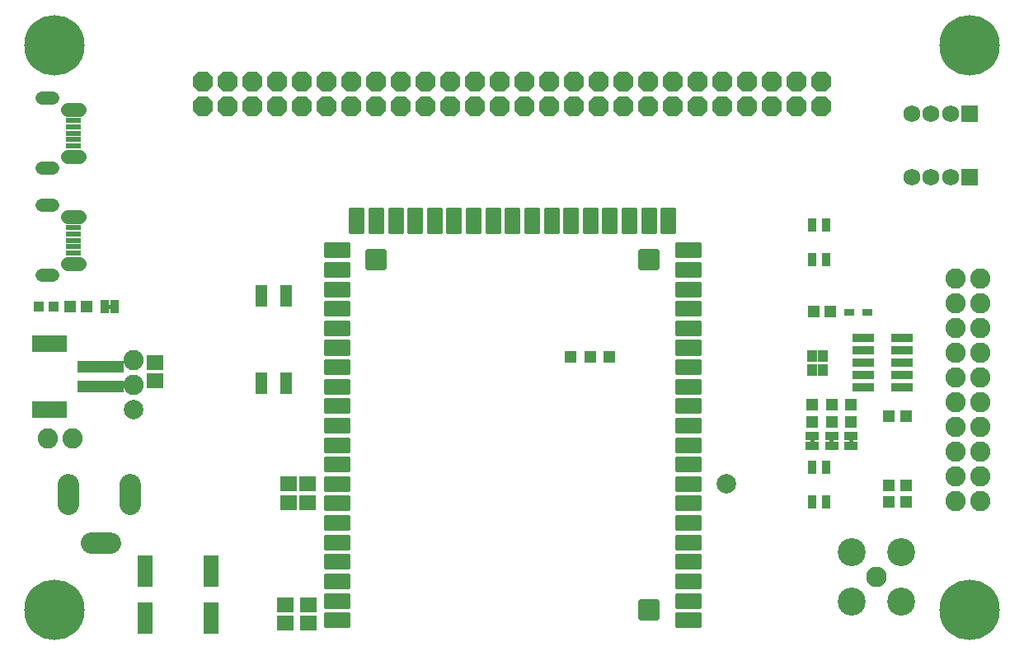
<source format=gts>
G75*
%MOIN*%
%OFA0B0*%
%FSLAX25Y25*%
%IPPOS*%
%LPD*%
%AMOC8*
5,1,8,0,0,1.08239X$1,22.5*
%
%ADD10C,0.08674*%
%ADD11R,0.18910X0.04737*%
%ADD12R,0.14186X0.07099*%
%ADD13R,0.03950X0.03950*%
%ADD14R,0.05131X0.04737*%
%ADD15R,0.04737X0.05131*%
%ADD16R,0.05100X0.08700*%
%ADD17R,0.03950X0.04737*%
%ADD18C,0.01641*%
%ADD19C,0.01995*%
%ADD20R,0.04737X0.04737*%
%ADD21OC8,0.08200*%
%ADD22C,0.08200*%
%ADD23R,0.06706X0.05918*%
%ADD24R,0.03300X0.05800*%
%ADD25C,0.00500*%
%ADD26R,0.05800X0.03300*%
%ADD27R,0.06312X0.12611*%
%ADD28R,0.06800X0.06800*%
%ADD29C,0.06800*%
%ADD30C,0.08300*%
%ADD31C,0.11300*%
%ADD32R,0.06312X0.02375*%
%ADD33C,0.05562*%
%ADD34C,0.05169*%
%ADD35R,0.09068X0.03556*%
%ADD36R,0.04343X0.02769*%
%ADD37C,0.24422*%
%ADD38C,0.07887*%
D10*
X0043583Y0077748D02*
X0051457Y0077748D01*
X0059331Y0093496D02*
X0059331Y0101370D01*
X0034528Y0101370D02*
X0034528Y0093496D01*
D11*
X0047315Y0141164D03*
X0047315Y0149038D03*
D12*
X0026843Y0158487D03*
X0026843Y0131715D03*
D13*
X0028461Y0173427D03*
X0022556Y0173427D03*
D14*
X0335189Y0133605D03*
X0342984Y0133605D03*
X0350858Y0133605D03*
X0350858Y0126912D03*
X0342984Y0126912D03*
X0335189Y0126912D03*
D15*
X0366219Y0128959D03*
X0372912Y0128959D03*
X0372912Y0101006D03*
X0372912Y0094313D03*
X0366219Y0094313D03*
X0366219Y0101006D03*
X0342354Y0171321D03*
X0335661Y0171321D03*
X0041849Y0173427D03*
X0035156Y0173427D03*
D16*
X0112299Y0177864D03*
X0122299Y0177864D03*
X0122299Y0142464D03*
X0112299Y0142464D03*
D17*
X0334948Y0147660D03*
X0339279Y0147660D03*
X0339279Y0153565D03*
X0334948Y0153565D03*
D18*
X0289249Y0159248D02*
X0280247Y0159248D01*
X0289249Y0159248D02*
X0289249Y0154576D01*
X0280247Y0154576D01*
X0280247Y0159248D01*
X0280247Y0156135D02*
X0289249Y0156135D01*
X0289249Y0157694D02*
X0280247Y0157694D01*
X0280247Y0151374D02*
X0289249Y0151374D01*
X0289249Y0146702D01*
X0280247Y0146702D01*
X0280247Y0151374D01*
X0280247Y0148261D02*
X0289249Y0148261D01*
X0289249Y0149820D02*
X0280247Y0149820D01*
X0280247Y0143500D02*
X0289249Y0143500D01*
X0289249Y0138828D01*
X0280247Y0138828D01*
X0280247Y0143500D01*
X0280247Y0140387D02*
X0289249Y0140387D01*
X0289249Y0141946D02*
X0280247Y0141946D01*
X0280247Y0135626D02*
X0289249Y0135626D01*
X0289249Y0130954D01*
X0280247Y0130954D01*
X0280247Y0135626D01*
X0280247Y0132513D02*
X0289249Y0132513D01*
X0289249Y0134072D02*
X0280247Y0134072D01*
X0280247Y0127752D02*
X0289249Y0127752D01*
X0289249Y0123080D01*
X0280247Y0123080D01*
X0280247Y0127752D01*
X0280247Y0124639D02*
X0289249Y0124639D01*
X0289249Y0126198D02*
X0280247Y0126198D01*
X0280247Y0119878D02*
X0289249Y0119878D01*
X0289249Y0115206D01*
X0280247Y0115206D01*
X0280247Y0119878D01*
X0280247Y0116765D02*
X0289249Y0116765D01*
X0289249Y0118324D02*
X0280247Y0118324D01*
X0280247Y0112004D02*
X0289249Y0112004D01*
X0289249Y0107332D01*
X0280247Y0107332D01*
X0280247Y0112004D01*
X0280247Y0108891D02*
X0289249Y0108891D01*
X0289249Y0110450D02*
X0280247Y0110450D01*
X0280247Y0104130D02*
X0289249Y0104130D01*
X0289249Y0099458D01*
X0280247Y0099458D01*
X0280247Y0104130D01*
X0280247Y0101017D02*
X0289249Y0101017D01*
X0289249Y0102576D02*
X0280247Y0102576D01*
X0280247Y0096256D02*
X0289249Y0096256D01*
X0289249Y0091584D01*
X0280247Y0091584D01*
X0280247Y0096256D01*
X0280247Y0093143D02*
X0289249Y0093143D01*
X0289249Y0094702D02*
X0280247Y0094702D01*
X0280247Y0088382D02*
X0289249Y0088382D01*
X0289249Y0083710D01*
X0280247Y0083710D01*
X0280247Y0088382D01*
X0280247Y0085269D02*
X0289249Y0085269D01*
X0289249Y0086828D02*
X0280247Y0086828D01*
X0280247Y0080508D02*
X0289249Y0080508D01*
X0289249Y0075836D01*
X0280247Y0075836D01*
X0280247Y0080508D01*
X0280247Y0077395D02*
X0289249Y0077395D01*
X0289249Y0078954D02*
X0280247Y0078954D01*
X0280247Y0072634D02*
X0289249Y0072634D01*
X0289249Y0067962D01*
X0280247Y0067962D01*
X0280247Y0072634D01*
X0280247Y0069521D02*
X0289249Y0069521D01*
X0289249Y0071080D02*
X0280247Y0071080D01*
X0280247Y0064760D02*
X0289249Y0064760D01*
X0289249Y0060088D01*
X0280247Y0060088D01*
X0280247Y0064760D01*
X0280247Y0061647D02*
X0289249Y0061647D01*
X0289249Y0063206D02*
X0280247Y0063206D01*
X0280247Y0056886D02*
X0289249Y0056886D01*
X0289249Y0052214D01*
X0280247Y0052214D01*
X0280247Y0056886D01*
X0280247Y0053773D02*
X0289249Y0053773D01*
X0289249Y0055332D02*
X0280247Y0055332D01*
X0280247Y0049012D02*
X0289249Y0049012D01*
X0289249Y0044340D01*
X0280247Y0044340D01*
X0280247Y0049012D01*
X0280247Y0045899D02*
X0289249Y0045899D01*
X0289249Y0047458D02*
X0280247Y0047458D01*
X0147454Y0044340D02*
X0138452Y0044340D01*
X0138452Y0049012D01*
X0147454Y0049012D01*
X0147454Y0044340D01*
X0147454Y0045899D02*
X0138452Y0045899D01*
X0138452Y0047458D02*
X0147454Y0047458D01*
X0147454Y0052214D02*
X0138452Y0052214D01*
X0138452Y0056886D01*
X0147454Y0056886D01*
X0147454Y0052214D01*
X0147454Y0053773D02*
X0138452Y0053773D01*
X0138452Y0055332D02*
X0147454Y0055332D01*
X0147454Y0060088D02*
X0138452Y0060088D01*
X0138452Y0064760D01*
X0147454Y0064760D01*
X0147454Y0060088D01*
X0147454Y0061647D02*
X0138452Y0061647D01*
X0138452Y0063206D02*
X0147454Y0063206D01*
X0147454Y0067962D02*
X0138452Y0067962D01*
X0138452Y0072634D01*
X0147454Y0072634D01*
X0147454Y0067962D01*
X0147454Y0069521D02*
X0138452Y0069521D01*
X0138452Y0071080D02*
X0147454Y0071080D01*
X0147454Y0075836D02*
X0138452Y0075836D01*
X0138452Y0080508D01*
X0147454Y0080508D01*
X0147454Y0075836D01*
X0147454Y0077395D02*
X0138452Y0077395D01*
X0138452Y0078954D02*
X0147454Y0078954D01*
X0147454Y0083710D02*
X0138452Y0083710D01*
X0138452Y0088382D01*
X0147454Y0088382D01*
X0147454Y0083710D01*
X0147454Y0085269D02*
X0138452Y0085269D01*
X0138452Y0086828D02*
X0147454Y0086828D01*
X0147454Y0091584D02*
X0138452Y0091584D01*
X0138452Y0096256D01*
X0147454Y0096256D01*
X0147454Y0091584D01*
X0147454Y0093143D02*
X0138452Y0093143D01*
X0138452Y0094702D02*
X0147454Y0094702D01*
X0147454Y0099458D02*
X0138452Y0099458D01*
X0138452Y0104130D01*
X0147454Y0104130D01*
X0147454Y0099458D01*
X0147454Y0101017D02*
X0138452Y0101017D01*
X0138452Y0102576D02*
X0147454Y0102576D01*
X0147454Y0107332D02*
X0138452Y0107332D01*
X0138452Y0112004D01*
X0147454Y0112004D01*
X0147454Y0107332D01*
X0147454Y0108891D02*
X0138452Y0108891D01*
X0138452Y0110450D02*
X0147454Y0110450D01*
X0147454Y0115206D02*
X0138452Y0115206D01*
X0138452Y0119878D01*
X0147454Y0119878D01*
X0147454Y0115206D01*
X0147454Y0116765D02*
X0138452Y0116765D01*
X0138452Y0118324D02*
X0147454Y0118324D01*
X0147454Y0123080D02*
X0138452Y0123080D01*
X0138452Y0127752D01*
X0147454Y0127752D01*
X0147454Y0123080D01*
X0147454Y0124639D02*
X0138452Y0124639D01*
X0138452Y0126198D02*
X0147454Y0126198D01*
X0147454Y0130954D02*
X0138452Y0130954D01*
X0138452Y0135626D01*
X0147454Y0135626D01*
X0147454Y0130954D01*
X0147454Y0132513D02*
X0138452Y0132513D01*
X0138452Y0134072D02*
X0147454Y0134072D01*
X0147454Y0138828D02*
X0138452Y0138828D01*
X0138452Y0143500D01*
X0147454Y0143500D01*
X0147454Y0138828D01*
X0147454Y0140387D02*
X0138452Y0140387D01*
X0138452Y0141946D02*
X0147454Y0141946D01*
X0147454Y0146702D02*
X0138452Y0146702D01*
X0138452Y0151374D01*
X0147454Y0151374D01*
X0147454Y0146702D01*
X0147454Y0148261D02*
X0138452Y0148261D01*
X0138452Y0149820D02*
X0147454Y0149820D01*
X0147454Y0154576D02*
X0138452Y0154576D01*
X0138452Y0159248D01*
X0147454Y0159248D01*
X0147454Y0154576D01*
X0147454Y0156135D02*
X0138452Y0156135D01*
X0138452Y0157694D02*
X0147454Y0157694D01*
X0147454Y0162450D02*
X0138452Y0162450D01*
X0138452Y0167122D01*
X0147454Y0167122D01*
X0147454Y0162450D01*
X0147454Y0164009D02*
X0138452Y0164009D01*
X0138452Y0165568D02*
X0147454Y0165568D01*
X0147454Y0170324D02*
X0138452Y0170324D01*
X0138452Y0174996D01*
X0147454Y0174996D01*
X0147454Y0170324D01*
X0147454Y0171883D02*
X0138452Y0171883D01*
X0138452Y0173442D02*
X0147454Y0173442D01*
X0147454Y0178198D02*
X0138452Y0178198D01*
X0138452Y0182870D01*
X0147454Y0182870D01*
X0147454Y0178198D01*
X0147454Y0179757D02*
X0138452Y0179757D01*
X0138452Y0181316D02*
X0147454Y0181316D01*
X0147454Y0186072D02*
X0138452Y0186072D01*
X0138452Y0190744D01*
X0147454Y0190744D01*
X0147454Y0186072D01*
X0147454Y0187631D02*
X0138452Y0187631D01*
X0138452Y0189190D02*
X0147454Y0189190D01*
X0147454Y0193946D02*
X0138452Y0193946D01*
X0138452Y0198618D01*
X0147454Y0198618D01*
X0147454Y0193946D01*
X0147454Y0195505D02*
X0138452Y0195505D01*
X0138452Y0197064D02*
X0147454Y0197064D01*
X0148522Y0203623D02*
X0148522Y0212625D01*
X0153194Y0212625D01*
X0153194Y0203623D01*
X0148522Y0203623D01*
X0148522Y0205182D02*
X0153194Y0205182D01*
X0153194Y0206741D02*
X0148522Y0206741D01*
X0148522Y0208300D02*
X0153194Y0208300D01*
X0153194Y0209859D02*
X0148522Y0209859D01*
X0148522Y0211418D02*
X0153194Y0211418D01*
X0156396Y0212625D02*
X0156396Y0203623D01*
X0156396Y0212625D02*
X0161068Y0212625D01*
X0161068Y0203623D01*
X0156396Y0203623D01*
X0156396Y0205182D02*
X0161068Y0205182D01*
X0161068Y0206741D02*
X0156396Y0206741D01*
X0156396Y0208300D02*
X0161068Y0208300D01*
X0161068Y0209859D02*
X0156396Y0209859D01*
X0156396Y0211418D02*
X0161068Y0211418D01*
X0164270Y0212625D02*
X0164270Y0203623D01*
X0164270Y0212625D02*
X0168942Y0212625D01*
X0168942Y0203623D01*
X0164270Y0203623D01*
X0164270Y0205182D02*
X0168942Y0205182D01*
X0168942Y0206741D02*
X0164270Y0206741D01*
X0164270Y0208300D02*
X0168942Y0208300D01*
X0168942Y0209859D02*
X0164270Y0209859D01*
X0164270Y0211418D02*
X0168942Y0211418D01*
X0172144Y0212625D02*
X0172144Y0203623D01*
X0172144Y0212625D02*
X0176816Y0212625D01*
X0176816Y0203623D01*
X0172144Y0203623D01*
X0172144Y0205182D02*
X0176816Y0205182D01*
X0176816Y0206741D02*
X0172144Y0206741D01*
X0172144Y0208300D02*
X0176816Y0208300D01*
X0176816Y0209859D02*
X0172144Y0209859D01*
X0172144Y0211418D02*
X0176816Y0211418D01*
X0180018Y0212625D02*
X0180018Y0203623D01*
X0180018Y0212625D02*
X0184690Y0212625D01*
X0184690Y0203623D01*
X0180018Y0203623D01*
X0180018Y0205182D02*
X0184690Y0205182D01*
X0184690Y0206741D02*
X0180018Y0206741D01*
X0180018Y0208300D02*
X0184690Y0208300D01*
X0184690Y0209859D02*
X0180018Y0209859D01*
X0180018Y0211418D02*
X0184690Y0211418D01*
X0187892Y0212625D02*
X0187892Y0203623D01*
X0187892Y0212625D02*
X0192564Y0212625D01*
X0192564Y0203623D01*
X0187892Y0203623D01*
X0187892Y0205182D02*
X0192564Y0205182D01*
X0192564Y0206741D02*
X0187892Y0206741D01*
X0187892Y0208300D02*
X0192564Y0208300D01*
X0192564Y0209859D02*
X0187892Y0209859D01*
X0187892Y0211418D02*
X0192564Y0211418D01*
X0195766Y0212625D02*
X0195766Y0203623D01*
X0195766Y0212625D02*
X0200438Y0212625D01*
X0200438Y0203623D01*
X0195766Y0203623D01*
X0195766Y0205182D02*
X0200438Y0205182D01*
X0200438Y0206741D02*
X0195766Y0206741D01*
X0195766Y0208300D02*
X0200438Y0208300D01*
X0200438Y0209859D02*
X0195766Y0209859D01*
X0195766Y0211418D02*
X0200438Y0211418D01*
X0203640Y0212625D02*
X0203640Y0203623D01*
X0203640Y0212625D02*
X0208312Y0212625D01*
X0208312Y0203623D01*
X0203640Y0203623D01*
X0203640Y0205182D02*
X0208312Y0205182D01*
X0208312Y0206741D02*
X0203640Y0206741D01*
X0203640Y0208300D02*
X0208312Y0208300D01*
X0208312Y0209859D02*
X0203640Y0209859D01*
X0203640Y0211418D02*
X0208312Y0211418D01*
X0211514Y0212625D02*
X0211514Y0203623D01*
X0211514Y0212625D02*
X0216186Y0212625D01*
X0216186Y0203623D01*
X0211514Y0203623D01*
X0211514Y0205182D02*
X0216186Y0205182D01*
X0216186Y0206741D02*
X0211514Y0206741D01*
X0211514Y0208300D02*
X0216186Y0208300D01*
X0216186Y0209859D02*
X0211514Y0209859D01*
X0211514Y0211418D02*
X0216186Y0211418D01*
X0219388Y0212625D02*
X0219388Y0203623D01*
X0219388Y0212625D02*
X0224060Y0212625D01*
X0224060Y0203623D01*
X0219388Y0203623D01*
X0219388Y0205182D02*
X0224060Y0205182D01*
X0224060Y0206741D02*
X0219388Y0206741D01*
X0219388Y0208300D02*
X0224060Y0208300D01*
X0224060Y0209859D02*
X0219388Y0209859D01*
X0219388Y0211418D02*
X0224060Y0211418D01*
X0227262Y0212625D02*
X0227262Y0203623D01*
X0227262Y0212625D02*
X0231934Y0212625D01*
X0231934Y0203623D01*
X0227262Y0203623D01*
X0227262Y0205182D02*
X0231934Y0205182D01*
X0231934Y0206741D02*
X0227262Y0206741D01*
X0227262Y0208300D02*
X0231934Y0208300D01*
X0231934Y0209859D02*
X0227262Y0209859D01*
X0227262Y0211418D02*
X0231934Y0211418D01*
X0235136Y0212625D02*
X0235136Y0203623D01*
X0235136Y0212625D02*
X0239808Y0212625D01*
X0239808Y0203623D01*
X0235136Y0203623D01*
X0235136Y0205182D02*
X0239808Y0205182D01*
X0239808Y0206741D02*
X0235136Y0206741D01*
X0235136Y0208300D02*
X0239808Y0208300D01*
X0239808Y0209859D02*
X0235136Y0209859D01*
X0235136Y0211418D02*
X0239808Y0211418D01*
X0243010Y0212625D02*
X0243010Y0203623D01*
X0243010Y0212625D02*
X0247682Y0212625D01*
X0247682Y0203623D01*
X0243010Y0203623D01*
X0243010Y0205182D02*
X0247682Y0205182D01*
X0247682Y0206741D02*
X0243010Y0206741D01*
X0243010Y0208300D02*
X0247682Y0208300D01*
X0247682Y0209859D02*
X0243010Y0209859D01*
X0243010Y0211418D02*
X0247682Y0211418D01*
X0250884Y0212625D02*
X0250884Y0203623D01*
X0250884Y0212625D02*
X0255556Y0212625D01*
X0255556Y0203623D01*
X0250884Y0203623D01*
X0250884Y0205182D02*
X0255556Y0205182D01*
X0255556Y0206741D02*
X0250884Y0206741D01*
X0250884Y0208300D02*
X0255556Y0208300D01*
X0255556Y0209859D02*
X0250884Y0209859D01*
X0250884Y0211418D02*
X0255556Y0211418D01*
X0258758Y0212625D02*
X0258758Y0203623D01*
X0258758Y0212625D02*
X0263430Y0212625D01*
X0263430Y0203623D01*
X0258758Y0203623D01*
X0258758Y0205182D02*
X0263430Y0205182D01*
X0263430Y0206741D02*
X0258758Y0206741D01*
X0258758Y0208300D02*
X0263430Y0208300D01*
X0263430Y0209859D02*
X0258758Y0209859D01*
X0258758Y0211418D02*
X0263430Y0211418D01*
X0266633Y0212625D02*
X0266633Y0203623D01*
X0266633Y0212625D02*
X0271305Y0212625D01*
X0271305Y0203623D01*
X0266633Y0203623D01*
X0266633Y0205182D02*
X0271305Y0205182D01*
X0271305Y0206741D02*
X0266633Y0206741D01*
X0266633Y0208300D02*
X0271305Y0208300D01*
X0271305Y0209859D02*
X0266633Y0209859D01*
X0266633Y0211418D02*
X0271305Y0211418D01*
X0274507Y0212625D02*
X0274507Y0203623D01*
X0274507Y0212625D02*
X0279179Y0212625D01*
X0279179Y0203623D01*
X0274507Y0203623D01*
X0274507Y0205182D02*
X0279179Y0205182D01*
X0279179Y0206741D02*
X0274507Y0206741D01*
X0274507Y0208300D02*
X0279179Y0208300D01*
X0279179Y0209859D02*
X0274507Y0209859D01*
X0274507Y0211418D02*
X0279179Y0211418D01*
X0280247Y0198618D02*
X0289249Y0198618D01*
X0289249Y0193946D01*
X0280247Y0193946D01*
X0280247Y0198618D01*
X0280247Y0195505D02*
X0289249Y0195505D01*
X0289249Y0197064D02*
X0280247Y0197064D01*
X0280247Y0190744D02*
X0289249Y0190744D01*
X0289249Y0186072D01*
X0280247Y0186072D01*
X0280247Y0190744D01*
X0280247Y0187631D02*
X0289249Y0187631D01*
X0289249Y0189190D02*
X0280247Y0189190D01*
X0280247Y0182870D02*
X0289249Y0182870D01*
X0289249Y0178198D01*
X0280247Y0178198D01*
X0280247Y0182870D01*
X0280247Y0179757D02*
X0289249Y0179757D01*
X0289249Y0181316D02*
X0280247Y0181316D01*
X0280247Y0174996D02*
X0289249Y0174996D01*
X0289249Y0170324D01*
X0280247Y0170324D01*
X0280247Y0174996D01*
X0280247Y0171883D02*
X0289249Y0171883D01*
X0289249Y0173442D02*
X0280247Y0173442D01*
X0280247Y0167122D02*
X0289249Y0167122D01*
X0289249Y0162450D01*
X0280247Y0162450D01*
X0280247Y0167122D01*
X0280247Y0164009D02*
X0289249Y0164009D01*
X0289249Y0165568D02*
X0280247Y0165568D01*
D19*
X0272309Y0189005D02*
X0265629Y0189005D01*
X0265629Y0195685D01*
X0272309Y0195685D01*
X0272309Y0189005D01*
X0272309Y0190900D02*
X0265629Y0190900D01*
X0265629Y0192795D02*
X0272309Y0192795D01*
X0272309Y0194690D02*
X0265629Y0194690D01*
X0162072Y0189005D02*
X0155392Y0189005D01*
X0155392Y0195685D01*
X0162072Y0195685D01*
X0162072Y0189005D01*
X0162072Y0190900D02*
X0155392Y0190900D01*
X0155392Y0192795D02*
X0162072Y0192795D01*
X0162072Y0194690D02*
X0155392Y0194690D01*
X0265629Y0047273D02*
X0272309Y0047273D01*
X0265629Y0047273D02*
X0265629Y0053953D01*
X0272309Y0053953D01*
X0272309Y0047273D01*
X0272309Y0049168D02*
X0265629Y0049168D01*
X0265629Y0051063D02*
X0272309Y0051063D01*
X0272309Y0052958D02*
X0265629Y0052958D01*
D20*
X0253220Y0152975D03*
X0245346Y0152975D03*
X0237472Y0152975D03*
D21*
X0238850Y0254274D03*
X0228850Y0254274D03*
X0218850Y0254274D03*
X0208850Y0254274D03*
X0198850Y0254274D03*
X0188850Y0254274D03*
X0178850Y0254274D03*
X0168850Y0254274D03*
X0158850Y0254274D03*
X0148850Y0254274D03*
X0138850Y0254274D03*
X0128850Y0254274D03*
X0118850Y0254274D03*
X0108850Y0254274D03*
X0098850Y0254274D03*
X0088850Y0254274D03*
X0088850Y0264274D03*
X0098850Y0264274D03*
X0108850Y0264274D03*
X0118850Y0264274D03*
X0128850Y0264274D03*
X0138850Y0264274D03*
X0148850Y0264274D03*
X0158850Y0264274D03*
X0168850Y0264274D03*
X0178850Y0264274D03*
X0188850Y0264274D03*
X0198850Y0264274D03*
X0208850Y0264274D03*
X0218850Y0264274D03*
X0228850Y0264274D03*
X0238850Y0264274D03*
X0248850Y0264274D03*
X0258850Y0264274D03*
X0258850Y0254274D03*
X0248850Y0254274D03*
X0268850Y0254274D03*
X0278850Y0254274D03*
X0288850Y0254274D03*
X0288850Y0264274D03*
X0278850Y0264274D03*
X0268850Y0264274D03*
X0298850Y0264274D03*
X0308850Y0264274D03*
X0308850Y0254274D03*
X0298850Y0254274D03*
X0318850Y0254274D03*
X0328850Y0254274D03*
X0338850Y0254274D03*
X0338850Y0264274D03*
X0328850Y0264274D03*
X0318850Y0264274D03*
D22*
X0392984Y0184865D03*
X0402984Y0184865D03*
X0402984Y0174865D03*
X0392984Y0174865D03*
X0392984Y0164865D03*
X0402984Y0164865D03*
X0402984Y0154865D03*
X0392984Y0154865D03*
X0392984Y0144865D03*
X0402984Y0144865D03*
X0402984Y0134865D03*
X0392984Y0134865D03*
X0392984Y0124865D03*
X0402984Y0124865D03*
X0402984Y0114865D03*
X0392984Y0114865D03*
X0392984Y0104865D03*
X0402984Y0104865D03*
X0402984Y0094865D03*
X0392984Y0094865D03*
X0060638Y0141696D03*
X0060638Y0151696D03*
X0036154Y0120035D03*
X0026154Y0120035D03*
D23*
X0069362Y0143329D03*
X0069362Y0150809D03*
X0123299Y0101597D03*
X0123299Y0094117D03*
X0131173Y0094117D03*
X0131173Y0101597D03*
X0131567Y0052778D03*
X0122118Y0052778D03*
X0122118Y0045298D03*
X0131567Y0045298D03*
D24*
X0053194Y0173268D03*
X0049194Y0173268D03*
X0334904Y0192542D03*
X0340829Y0192542D03*
X0340829Y0206321D03*
X0334904Y0206321D03*
X0334904Y0108290D03*
X0340829Y0108290D03*
X0340829Y0094510D03*
X0334904Y0094510D03*
D25*
X0334689Y0118485D02*
X0334689Y0119985D01*
X0335689Y0119985D01*
X0335689Y0118485D01*
X0334689Y0118485D01*
X0334689Y0118563D02*
X0335689Y0118563D01*
X0335689Y0119062D02*
X0334689Y0119062D01*
X0334689Y0119560D02*
X0335689Y0119560D01*
X0342484Y0119560D02*
X0343484Y0119560D01*
X0343484Y0119985D02*
X0343484Y0118485D01*
X0342484Y0118485D01*
X0342484Y0119985D01*
X0343484Y0119985D01*
X0343484Y0119062D02*
X0342484Y0119062D01*
X0342484Y0118563D02*
X0343484Y0118563D01*
X0350358Y0118563D02*
X0351358Y0118563D01*
X0351358Y0118485D02*
X0350358Y0118485D01*
X0350358Y0119985D01*
X0351358Y0119985D01*
X0351358Y0118485D01*
X0351358Y0119062D02*
X0350358Y0119062D01*
X0350358Y0119560D02*
X0351358Y0119560D01*
X0051944Y0172768D02*
X0051944Y0173768D01*
X0050444Y0173768D01*
X0050444Y0172768D01*
X0051944Y0172768D01*
X0051944Y0172901D02*
X0050444Y0172901D01*
X0050444Y0173400D02*
X0051944Y0173400D01*
D26*
X0335189Y0121235D03*
X0342984Y0121235D03*
X0342984Y0117235D03*
X0335189Y0117235D03*
X0350858Y0117235D03*
X0350858Y0121235D03*
D27*
X0065425Y0047463D03*
X0065425Y0066361D03*
X0092197Y0066361D03*
X0092197Y0047463D03*
D28*
X0398890Y0225809D03*
X0398890Y0251400D03*
D29*
X0391016Y0251400D03*
X0383142Y0251400D03*
X0375268Y0251400D03*
X0375268Y0225809D03*
X0383142Y0225809D03*
X0391016Y0225809D03*
D30*
X0361094Y0063998D03*
D31*
X0351056Y0053959D03*
X0371133Y0053959D03*
X0371133Y0074037D03*
X0351056Y0074037D03*
D32*
X0036291Y0195101D03*
X0036291Y0197660D03*
X0036291Y0200219D03*
X0036291Y0202778D03*
X0036291Y0205337D03*
X0036291Y0238408D03*
X0036291Y0240967D03*
X0036291Y0243526D03*
X0036291Y0246085D03*
X0036291Y0248644D03*
D33*
X0038672Y0253073D02*
X0033910Y0253073D01*
X0033910Y0233979D02*
X0038672Y0233979D01*
X0038672Y0209766D02*
X0033910Y0209766D01*
X0033910Y0190672D02*
X0038672Y0190672D01*
D34*
X0028043Y0185947D02*
X0023674Y0185947D01*
X0023674Y0214491D02*
X0028043Y0214491D01*
X0028043Y0229254D02*
X0023674Y0229254D01*
X0023674Y0257798D02*
X0028043Y0257798D01*
D35*
X0355583Y0160613D03*
X0355583Y0155613D03*
X0355583Y0150613D03*
X0355583Y0145613D03*
X0355583Y0140613D03*
X0371331Y0140613D03*
X0371331Y0145613D03*
X0371331Y0150613D03*
X0371331Y0155613D03*
X0371331Y0160613D03*
D36*
X0357551Y0171164D03*
X0350071Y0171164D03*
D37*
X0398890Y0278959D03*
X0398890Y0050613D03*
X0028811Y0050613D03*
X0028811Y0278959D03*
D38*
X0060638Y0131715D03*
X0300465Y0101794D03*
M02*

</source>
